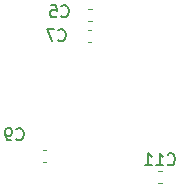
<source format=gbr>
%TF.GenerationSoftware,KiCad,Pcbnew,(6.0.1)*%
%TF.CreationDate,2022-02-14T11:56:50-05:00*%
%TF.ProjectId,driver-control-board,64726976-6572-42d6-936f-6e74726f6c2d,rev?*%
%TF.SameCoordinates,Original*%
%TF.FileFunction,Legend,Bot*%
%TF.FilePolarity,Positive*%
%FSLAX46Y46*%
G04 Gerber Fmt 4.6, Leading zero omitted, Abs format (unit mm)*
G04 Created by KiCad (PCBNEW (6.0.1)) date 2022-02-14 11:56:50*
%MOMM*%
%LPD*%
G01*
G04 APERTURE LIST*
%ADD10C,0.150000*%
%ADD11C,0.120000*%
G04 APERTURE END LIST*
D10*
%TO.C,C5*%
X74842666Y-101703142D02*
X74890285Y-101750761D01*
X75033142Y-101798380D01*
X75128380Y-101798380D01*
X75271238Y-101750761D01*
X75366476Y-101655523D01*
X75414095Y-101560285D01*
X75461714Y-101369809D01*
X75461714Y-101226952D01*
X75414095Y-101036476D01*
X75366476Y-100941238D01*
X75271238Y-100846000D01*
X75128380Y-100798380D01*
X75033142Y-100798380D01*
X74890285Y-100846000D01*
X74842666Y-100893619D01*
X73937904Y-100798380D02*
X74414095Y-100798380D01*
X74461714Y-101274571D01*
X74414095Y-101226952D01*
X74318857Y-101179333D01*
X74080761Y-101179333D01*
X73985523Y-101226952D01*
X73937904Y-101274571D01*
X73890285Y-101369809D01*
X73890285Y-101607904D01*
X73937904Y-101703142D01*
X73985523Y-101750761D01*
X74080761Y-101798380D01*
X74318857Y-101798380D01*
X74414095Y-101750761D01*
X74461714Y-101703142D01*
%TO.C,C7*%
X74588666Y-103735142D02*
X74636285Y-103782761D01*
X74779142Y-103830380D01*
X74874380Y-103830380D01*
X75017238Y-103782761D01*
X75112476Y-103687523D01*
X75160095Y-103592285D01*
X75207714Y-103401809D01*
X75207714Y-103258952D01*
X75160095Y-103068476D01*
X75112476Y-102973238D01*
X75017238Y-102878000D01*
X74874380Y-102830380D01*
X74779142Y-102830380D01*
X74636285Y-102878000D01*
X74588666Y-102925619D01*
X74255333Y-102830380D02*
X73588666Y-102830380D01*
X74017238Y-103830380D01*
%TO.C,C9*%
X71032666Y-112117142D02*
X71080285Y-112164761D01*
X71223142Y-112212380D01*
X71318380Y-112212380D01*
X71461238Y-112164761D01*
X71556476Y-112069523D01*
X71604095Y-111974285D01*
X71651714Y-111783809D01*
X71651714Y-111640952D01*
X71604095Y-111450476D01*
X71556476Y-111355238D01*
X71461238Y-111260000D01*
X71318380Y-111212380D01*
X71223142Y-111212380D01*
X71080285Y-111260000D01*
X71032666Y-111307619D01*
X70556476Y-112212380D02*
X70366000Y-112212380D01*
X70270761Y-112164761D01*
X70223142Y-112117142D01*
X70127904Y-111974285D01*
X70080285Y-111783809D01*
X70080285Y-111402857D01*
X70127904Y-111307619D01*
X70175523Y-111260000D01*
X70270761Y-111212380D01*
X70461238Y-111212380D01*
X70556476Y-111260000D01*
X70604095Y-111307619D01*
X70651714Y-111402857D01*
X70651714Y-111640952D01*
X70604095Y-111736190D01*
X70556476Y-111783809D01*
X70461238Y-111831428D01*
X70270761Y-111831428D01*
X70175523Y-111783809D01*
X70127904Y-111736190D01*
X70080285Y-111640952D01*
%TO.C,C11*%
X83827857Y-114243142D02*
X83875476Y-114290761D01*
X84018333Y-114338380D01*
X84113571Y-114338380D01*
X84256428Y-114290761D01*
X84351666Y-114195523D01*
X84399285Y-114100285D01*
X84446904Y-113909809D01*
X84446904Y-113766952D01*
X84399285Y-113576476D01*
X84351666Y-113481238D01*
X84256428Y-113386000D01*
X84113571Y-113338380D01*
X84018333Y-113338380D01*
X83875476Y-113386000D01*
X83827857Y-113433619D01*
X82875476Y-114338380D02*
X83446904Y-114338380D01*
X83161190Y-114338380D02*
X83161190Y-113338380D01*
X83256428Y-113481238D01*
X83351666Y-113576476D01*
X83446904Y-113624095D01*
X81923095Y-114338380D02*
X82494523Y-114338380D01*
X82208809Y-114338380D02*
X82208809Y-113338380D01*
X82304047Y-113481238D01*
X82399285Y-113576476D01*
X82494523Y-113624095D01*
D11*
%TO.C,C5*%
X77388767Y-101090000D02*
X77096233Y-101090000D01*
X77388767Y-102110000D02*
X77096233Y-102110000D01*
%TO.C,C7*%
X77362267Y-103888000D02*
X77069733Y-103888000D01*
X77362267Y-102868000D02*
X77069733Y-102868000D01*
%TO.C,C9*%
X73552267Y-114048000D02*
X73259733Y-114048000D01*
X73552267Y-113028000D02*
X73259733Y-113028000D01*
%TO.C,C11*%
X83331267Y-115826000D02*
X83038733Y-115826000D01*
X83331267Y-114806000D02*
X83038733Y-114806000D01*
%TD*%
M02*

</source>
